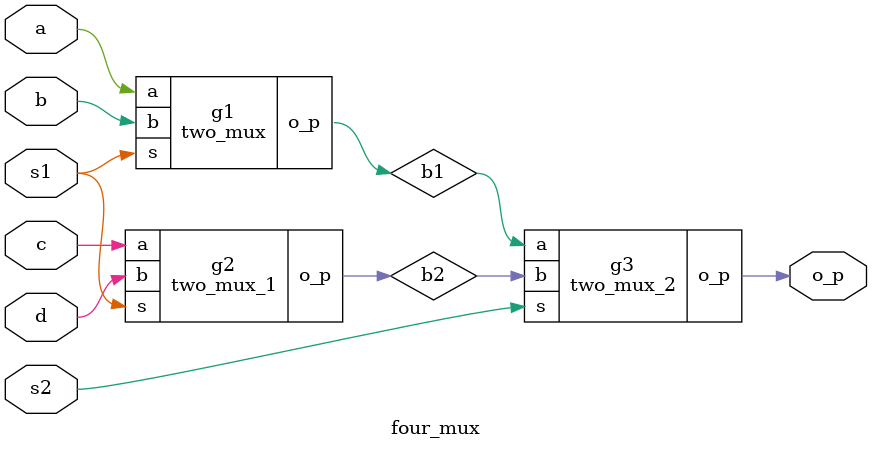
<source format=v>


// Verification Directory fv/four_mux 

module two_mux(o_p, a, b, s);
  input a, b, s;
  output o_p;
  wire a, b, s;
  wire o_p;
  MX2X1 g24(.A (a), .B (b), .S0 (s), .Y (o_p));
endmodule

module two_mux_1(o_p, a, b, s);
  input a, b, s;
  output o_p;
  wire a, b, s;
  wire o_p;
  MX2X1 g24(.A (a), .B (b), .S0 (s), .Y (o_p));
endmodule

module two_mux_2(o_p, a, b, s);
  input a, b, s;
  output o_p;
  wire a, b, s;
  wire o_p;
  MX2X1 g24(.A (a), .B (b), .S0 (s), .Y (o_p));
endmodule

module four_mux(o_p, a, b, c, d, s1, s2);
  input a, b, c, d, s1, s2;
  output o_p;
  wire a, b, c, d, s1, s2;
  wire o_p;
  wire b1, b2;
  two_mux g1(b1, a, b, s1);
  two_mux_1 g2(b2, c, d, s1);
  two_mux_2 g3(o_p, b1, b2, s2);
endmodule


</source>
